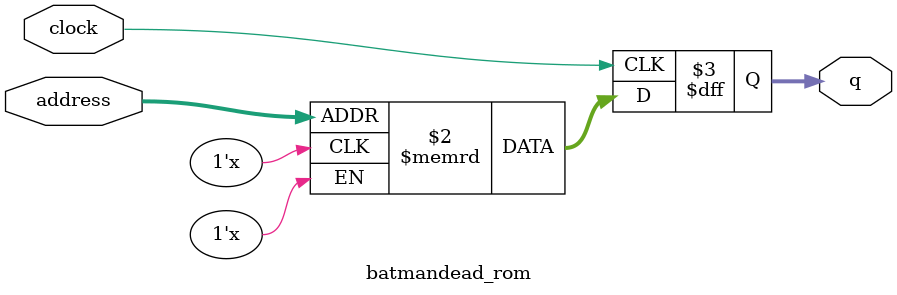
<source format=sv>
module batmandead_rom (
	input logic clock,
	input logic [11:0] address,
	output logic [3:0] q
);

logic [3:0] memory [0:4095] /* synthesis ram_init_file = "./batmandead/batmandead.mif" */;

always_ff @ (posedge clock) begin
	q <= memory[address];
end

endmodule

</source>
